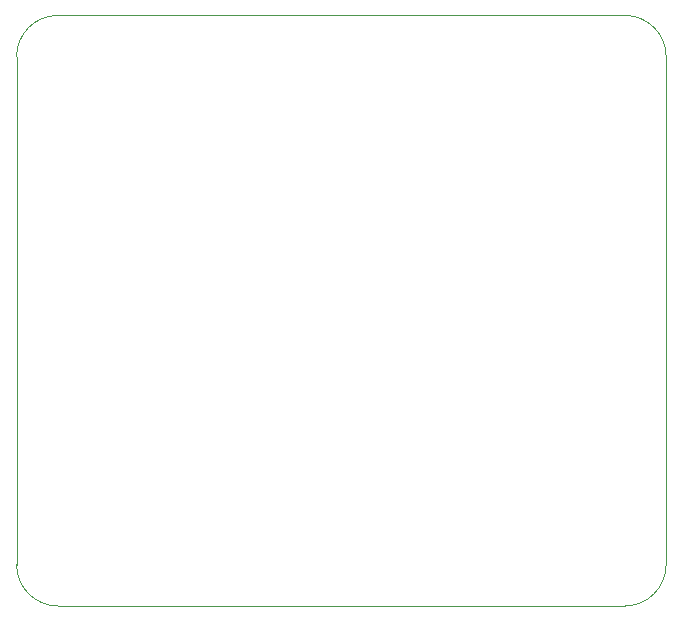
<source format=gbr>
%TF.GenerationSoftware,KiCad,Pcbnew,(5.1.6-0)*%
%TF.CreationDate,2024-01-11T20:43:49-08:00*%
%TF.ProjectId,psu_15V_reg,7073755f-3135-4565-9f72-65672e6b6963,1.0*%
%TF.SameCoordinates,Original*%
%TF.FileFunction,Profile,NP*%
%FSLAX46Y46*%
G04 Gerber Fmt 4.6, Leading zero omitted, Abs format (unit mm)*
G04 Created by KiCad (PCBNEW (5.1.6-0)) date 2024-01-11 20:43:49*
%MOMM*%
%LPD*%
G01*
G04 APERTURE LIST*
%TA.AperFunction,Profile*%
%ADD10C,0.050000*%
%TD*%
G04 APERTURE END LIST*
D10*
X160000000Y-124000000D02*
G75*
G02*
X156500000Y-127500000I-3500000J0D01*
G01*
X108500000Y-127500000D02*
G75*
G02*
X105000000Y-124000000I0J3500000D01*
G01*
X105000000Y-81000000D02*
G75*
G02*
X108500000Y-77500000I3500000J0D01*
G01*
X156500000Y-77500000D02*
G75*
G02*
X160000000Y-81000000I0J-3500000D01*
G01*
X108500000Y-77500000D02*
X156500000Y-77500000D01*
X105000000Y-124000000D02*
X105000000Y-81000000D01*
X156500000Y-127500000D02*
X108500000Y-127500000D01*
X160000000Y-81000000D02*
X160000000Y-124000000D01*
M02*

</source>
